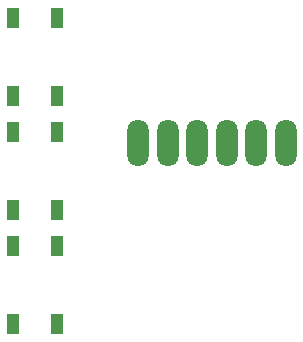
<source format=gbr>
%TF.GenerationSoftware,KiCad,Pcbnew,(6.0.5)*%
%TF.CreationDate,2023-02-05T19:42:52+01:00*%
%TF.ProjectId,PicoMemcard-pico,5069636f-4d65-46d6-9361-72642d706963,1.1.2*%
%TF.SameCoordinates,Original*%
%TF.FileFunction,Paste,Bot*%
%TF.FilePolarity,Positive*%
%FSLAX46Y46*%
G04 Gerber Fmt 4.6, Leading zero omitted, Abs format (unit mm)*
G04 Created by KiCad (PCBNEW (6.0.5)) date 2023-02-05 19:42:52*
%MOMM*%
%LPD*%
G01*
G04 APERTURE LIST*
%ADD10O,1.800000X4.000000*%
%ADD11R,1.000000X1.700000*%
G04 APERTURE END LIST*
D10*
%TO.C,J2*%
X147150000Y-109948000D03*
X149650000Y-109948000D03*
X152150000Y-109948000D03*
X154650000Y-109948000D03*
X157150000Y-109948000D03*
X159650000Y-109948000D03*
%TD*%
D11*
%TO.C,1*%
X140280000Y-105916000D03*
X140280000Y-99316000D03*
X136580000Y-105916000D03*
X136580000Y-99316000D03*
%TD*%
%TO.C,2*%
X140280000Y-115568000D03*
X140280000Y-108968000D03*
X136580000Y-115568000D03*
X136580000Y-108968000D03*
%TD*%
%TO.C,3*%
X140280000Y-125220000D03*
X140280000Y-118620000D03*
X136580000Y-125220000D03*
X136580000Y-118620000D03*
%TD*%
M02*

</source>
